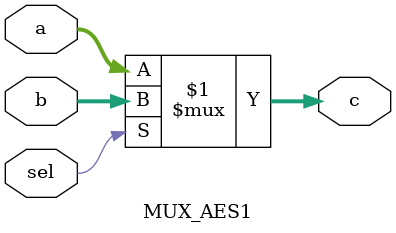
<source format=v>
module MUX_AES1(
    input [31:0] a, // a là tín hiệu AES
    input [31:0] b, 
    input sel,
    output [31:0] c
);
    assign c = (sel) ? b : a;
endmodule

</source>
